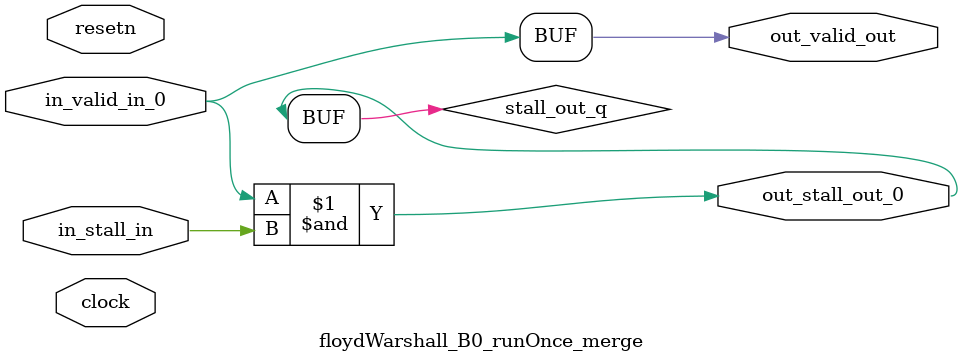
<source format=sv>



(* altera_attribute = "-name AUTO_SHIFT_REGISTER_RECOGNITION OFF; -name MESSAGE_DISABLE 10036; -name MESSAGE_DISABLE 10037; -name MESSAGE_DISABLE 14130; -name MESSAGE_DISABLE 14320; -name MESSAGE_DISABLE 15400; -name MESSAGE_DISABLE 14130; -name MESSAGE_DISABLE 10036; -name MESSAGE_DISABLE 12020; -name MESSAGE_DISABLE 12030; -name MESSAGE_DISABLE 12010; -name MESSAGE_DISABLE 12110; -name MESSAGE_DISABLE 14320; -name MESSAGE_DISABLE 13410; -name MESSAGE_DISABLE 113007; -name MESSAGE_DISABLE 10958" *)
module floydWarshall_B0_runOnce_merge (
    input wire [0:0] in_stall_in,
    input wire [0:0] in_valid_in_0,
    output wire [0:0] out_stall_out_0,
    output wire [0:0] out_valid_out,
    input wire clock,
    input wire resetn
    );

    wire [0:0] stall_out_q;


    // stall_out(LOGICAL,6)
    assign stall_out_q = in_valid_in_0 & in_stall_in;

    // out_stall_out_0(GPOUT,4)
    assign out_stall_out_0 = stall_out_q;

    // out_valid_out(GPOUT,5)
    assign out_valid_out = in_valid_in_0;

endmodule

</source>
